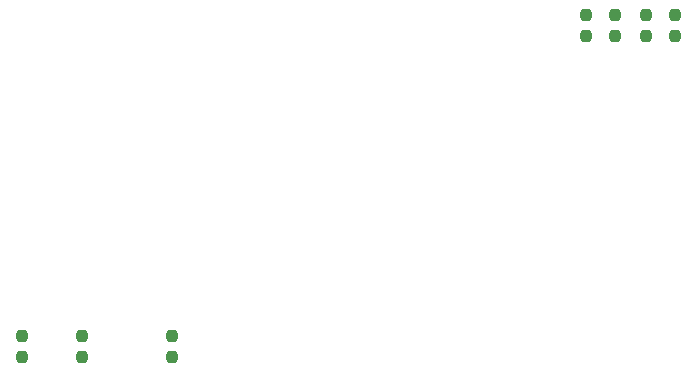
<source format=gbr>
%TF.GenerationSoftware,KiCad,Pcbnew,8.0.2*%
%TF.CreationDate,2024-06-06T18:17:57-04:00*%
%TF.ProjectId,MBARETECHmini,4d424152-4554-4454-9348-6d696e692e6b,rev?*%
%TF.SameCoordinates,Original*%
%TF.FileFunction,Paste,Bot*%
%TF.FilePolarity,Positive*%
%FSLAX46Y46*%
G04 Gerber Fmt 4.6, Leading zero omitted, Abs format (unit mm)*
G04 Created by KiCad (PCBNEW 8.0.2) date 2024-06-06 18:17:57*
%MOMM*%
%LPD*%
G01*
G04 APERTURE LIST*
G04 Aperture macros list*
%AMRoundRect*
0 Rectangle with rounded corners*
0 $1 Rounding radius*
0 $2 $3 $4 $5 $6 $7 $8 $9 X,Y pos of 4 corners*
0 Add a 4 corners polygon primitive as box body*
4,1,4,$2,$3,$4,$5,$6,$7,$8,$9,$2,$3,0*
0 Add four circle primitives for the rounded corners*
1,1,$1+$1,$2,$3*
1,1,$1+$1,$4,$5*
1,1,$1+$1,$6,$7*
1,1,$1+$1,$8,$9*
0 Add four rect primitives between the rounded corners*
20,1,$1+$1,$2,$3,$4,$5,0*
20,1,$1+$1,$4,$5,$6,$7,0*
20,1,$1+$1,$6,$7,$8,$9,0*
20,1,$1+$1,$8,$9,$2,$3,0*%
G04 Aperture macros list end*
%ADD10RoundRect,0.237500X-0.237500X0.250000X-0.237500X-0.250000X0.237500X-0.250000X0.237500X0.250000X0*%
%ADD11RoundRect,0.237500X0.237500X-0.250000X0.237500X0.250000X-0.237500X0.250000X-0.237500X-0.250000X0*%
G04 APERTURE END LIST*
D10*
%TO.C,R7*%
X170000000Y-95481250D03*
X170000000Y-97306250D03*
%TD*%
%TO.C,R5*%
X162400000Y-95481250D03*
X162400000Y-97306250D03*
%TD*%
D11*
%TO.C,R3*%
X210100000Y-70112500D03*
X210100000Y-68287500D03*
%TD*%
%TO.C,R1*%
X205000000Y-70112500D03*
X205000000Y-68287500D03*
%TD*%
%TO.C,R2*%
X207500000Y-70112500D03*
X207500000Y-68287500D03*
%TD*%
%TO.C,R4*%
X212600000Y-70112500D03*
X212600000Y-68287500D03*
%TD*%
D10*
%TO.C,R6*%
X157300000Y-95487500D03*
X157300000Y-97312500D03*
%TD*%
M02*

</source>
